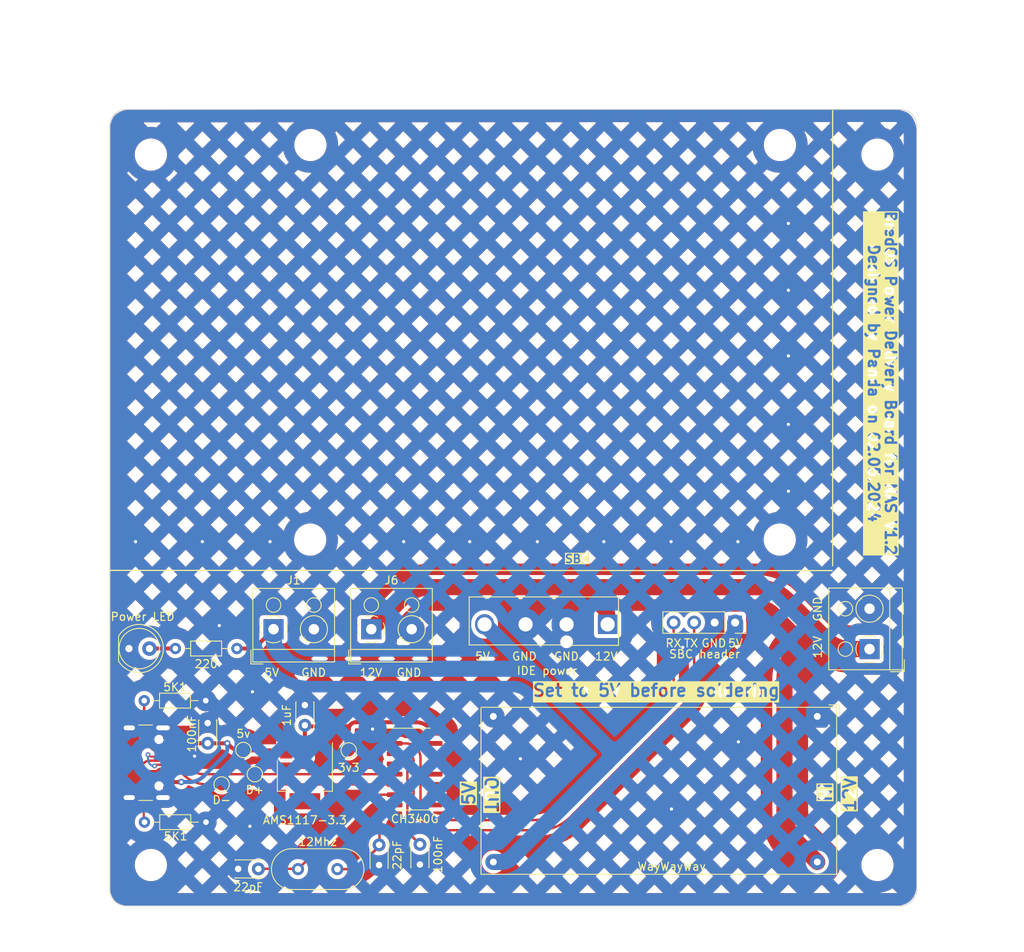
<source format=kicad_pcb>
(kicad_pcb (version 20240108) (generator "pcbnew") (generator_version "8.0")
  (layers (0 "F.Cu" signal) (31 "B.Cu" signal) (34 "B.Paste" user) (35 "F.Paste" user) (36 "B.SilkS" user "B.Silkscreen") (37 "F.SilkS" user "F.Silkscreen") (38 "B.Mask" user) (39 "F.Mask" user) (44 "Edge.Cuts" user))
  (net 0 "")
  (net 1 "+5V")
  (net 2 "Net-(U2-XI)")
  (net 3 "Net-(U2-XO)")
  (net 4 "RX")
  (net 5 "Net-(D1-A)")
  (net 6 "TX")
  (net 7 "Net-(U2-V3)")
  (net 14 "+12V")
  (net 15 "+3V3")
  (net 16 "Net-(J7-CC1)")
  (net 18 "Net-(J7-CC2)")
  (net 21 "5V")
  (net 22 "D+")
  (net 23 "D-")
  (net 24 "GND")
  (footprint "Connector_PinSocket_2.54mm:PinSocket_1x04_P2.54mm_Vertical" (layer "F.Cu") (at 91.3508 77.0758 -90)
    (property "Reference" "J3" (hide yes))
    (property "Value" "SBC header" (at 3.9116 3.7846 180) (layer "F.SilkS"))
    (pad "1" thru_hole rect (at 0 0 270) (size 1.7 1.7) (drill 1) (layers "*.Cu" "*.Mask") (net 1 "+5V"))
    (pad "2" thru_hole oval (at 0 2.54 270) (size 1.7 1.7) (drill 1) (layers "*.Cu" "*.Mask") (net 24 "GND"))
    (pad "3" thru_hole oval (at 0 5.08 270) (size 1.7 1.7) (drill 1) (layers "*.Cu" "*.Mask") (net 4 "RX"))
    (pad "4" thru_hole oval (at 0 7.62 270) (size 1.7 1.7) (drill 1) (layers "*.Cu" "*.Mask") (net 6 "TX"))
  )
  (footprint "MountingHole:MountingHole_3.5mm" (layer "F.Cu") (at 108.9738 19.1118)
    (property "Reference" "H8" (hide yes))
    (property "Value" "BR")
    (pad "" np_thru_hole circle (at 0 0) (size 3.5 3.5) (drill 3.5) (layers "*.Cu" "*.Mask"))
  )
  (footprint "Crystal:Crystal_HC49-4H_Vertical" (layer "F.Cu") (at 37.1978 107.6198)
    (property "Reference" "Y1" (hide yes))
    (property "Value" "12Mhz" (at 2.4262 -3.3782 0) (layer "F.SilkS"))
    (pad "1" thru_hole circle (at 0 0) (size 1.5 1.5) (drill 0.8) (layers "*.Cu" "*.Mask") (net 2 "Net-(U2-XI)"))
    (pad "2" thru_hole circle (at 4.88 0) (size 1.5 1.5) (drill 0.8) (layers "*.Cu" "*.Mask") (net 3 "Net-(U2-XO)"))
  )
  (footprint "MountingHole:MountingHole_3.5mm" (layer "F.Cu") (at 18.9738 107.1118)
    (property "Reference" "H5" (hide yes))
    (property "Value" "TL")
    (pad "" np_thru_hole circle (at 0 0) (size 3.5 3.5) (drill 3.5) (layers "*.Cu" "*.Mask"))
  )
  (footprint "TerminalBlock_RND:TerminalBlock_RND_205-00001_1x02_P5.00mm_Horizontal" (layer "F.Cu") (at 46.2788 77.9018)
    (property "Reference" "J6" (at 2.5 -6.06 0) (layer "F.SilkS"))
    (property "Value" "12V")
    (pad "1" thru_hole rect (at 0 0) (size 2.5 2.5) (drill 1.3) (layers "*.Cu" "*.Mask") (net 14 "+12V"))
    (pad "2" thru_hole circle (at 5 0) (size 2.5 2.5) (drill 1.3) (layers "*.Cu" "*.Mask") (net 24 "GND"))
  )
  (footprint "TestPoint:TestPoint_Pad_D1.5mm" (layer "F.Cu") (at 30.4292 92.8624 180)
    (property "Reference" "TP1")
    (property "Value" "5v" (at 0 2.0116 180) (layer "F.SilkS"))
    (pad "1" smd circle (at 0 0 180) (size 1.5 1.5) (layers "F.Cu" "F.Mask") (net 21 "5V"))
  )
  (footprint "TestPoint:TestPoint_Pad_D1.5mm" (layer "F.Cu") (at 27.7368 97.1296)
    (property "Reference" "TP6")
    (property "Value" "D-" (at 0 1.9212 0) (layer "F.SilkS"))
    (pad "1" smd circle (at 0 0) (size 1.5 1.5) (layers "F.Cu" "F.Mask") (net 23 "D-"))
  )
  (footprint "LED_THT:LED_D5.0mm" (layer "F.Cu") (at 16.2608 80.3008)
    (property "Reference" "D1")
    (property "Value" "Power LED" (at 1.69 -3.95 0) (layer "F.SilkS"))
    (pad "1" thru_hole rect (at 0 0) (size 1.8 1.8) (drill 0.9) (layers "*.Cu" "*.Mask") (net 24 "GND"))
    (pad "2" thru_hole circle (at 2.54 0) (size 1.8 1.8) (drill 0.9) (layers "*.Cu" "*.Mask") (net 5 "Net-(D1-A)"))
  )
  (footprint "footprints:IDE molex 4pin" (layer "F.Cu") (at 75.5508 77.3008 180)
    (property "Reference" "J4" (hide yes))
    (property "Value" "IDE power" (at 7.5 -5.75 0) (layer "F.SilkS"))
    (pad "" np_thru_hole circle (at 5.08 -2.16 270) (size 1.1 1.1) (drill 1.1) (layers "*.Cu" "*.Mask"))
    (pad "1" thru_hole rect (at 0 0 270) (size 2.4 2.4) (drill 1.77) (layers "*.Cu" "*.Mask") (net 14 "+12V"))
    (pad "2" thru_hole oval (at 5.08 0 270) (size 2.53 2.33) (drill 1.77) (layers "*.Cu" "*.Mask") (net 24 "GND"))
    (pad "3" thru_hole oval (at 10.16 0 270) (size 2.53 2.33) (drill 1.77) (layers "*.Cu" "*.Mask") (net 24 "GND"))
    (pad "4" thru_hole oval (at 15.24 0 270) (size 2.53 2.33) (drill 1.77) (layers "*.Cu" "*.Mask") (net 1 "+5V"))
  )
  (footprint "Package_TO_SOT_SMD:SOT-223-3_TabPin2" (layer "F.Cu") (at 38.0492 96.0628 -90)
    (property "Reference" "U1" (hide yes))
    (property "Value" "AMS1117-3.3" (at 5.488 -0.0016 180) (layer "F.SilkS"))
    (pad "" smd rect (at 3.15 0 270) (size 2 3.8) (layers "F.Cu" "F.Paste" "F.Mask"))
    (pad "1" smd rect (at -3.15 -2.3 270) (size 2 1.5) (layers "F.Cu" "F.Paste" "F.Mask") (net 24 "GND"))
    (pad "2" smd rect (at -3.15 0 270) (size 2 1.5) (layers "F.Cu" "F.Paste" "F.Mask") (net 15 "+3V3"))
    (pad "3" smd rect (at -3.15 2.3 270) (size 2 1.5) (layers "F.Cu" "F.Paste" "F.Mask") (net 21 "5V"))
  )
  (footprint "TerminalBlock_RND:TerminalBlock_RND_205-00001_1x02_P5.00mm_Horizontal" (layer "F.Cu") (at 34.1668 77.9018)
    (property "Reference" "J1" (at 2.5 -6.06 0) (layer "F.SilkS"))
    (property "Value" "5V")
    (pad "1" thru_hole rect (at 0 0) (size 2.5 2.5) (drill 1.3) (layers "*.Cu" "*.Mask") (net 1 "+5V"))
    (pad "2" thru_hole circle (at 5 0) (size 2.5 2.5) (drill 1.3) (layers "*.Cu" "*.Mask") (net 24 "GND"))
  )
  (footprint "MountingHole:MountingHole_3.5mm" (layer "F.Cu") (at 96.9008 17.9198 -90)
    (property "Reference" "H4" (hide yes))
    (property "Value" "SBC BR")
    (pad "" np_thru_hole circle (at 0 0 270) (size 3.5 3.5) (drill 3.5) (layers "*.Cu" "*.Mask"))
  )
  (footprint "Package_SO:SOIC-16_3.9x9.9mm_P1.27mm" (layer "F.Cu") (at 51.6494 95.2246)
    (property "Reference" "U2" (hide yes))
    (property "Value" "CH340G" (at 0.0142 6.1722 0) (layer "F.SilkS"))
    (pad "1" smd roundrect (at -2.475 -4.445) (size 1.95 0.6) (layers "F.Cu" "F.Paste" "F.Mask") (net 24 "GND"))
    (pad "2" smd roundrect (at -2.475 -3.175) (size 1.95 0.6) (layers "F.Cu" "F.Paste" "F.Mask") (net 6 "TX"))
    (pad "3" smd roundrect (at -2.475 -1.905) (size 1.95 0.6) (layers "F.Cu" "F.Paste" "F.Mask") (net 4 "RX"))
    (pad "4" smd roundrect (at -2.475 -0.635) (size 1.95 0.6) (layers "F.Cu" "F.Paste" "F.Mask") (net 7 "Net-(U2-V3)"))
    (pad "5" smd roundrect (at -2.475 0.635) (size 1.95 0.6) (layers "F.Cu" "F.Paste" "F.Mask") (net 22 "D+"))
    (pad "6" smd roundrect (at -2.475 1.905) (size 1.95 0.6) (layers "F.Cu" "F.Paste" "F.Mask") (net 23 "D-"))
    (pad "7" smd roundrect (at -2.475 3.175) (size 1.95 0.6) (layers "F.Cu" "F.Paste" "F.Mask") (net 2 "Net-(U2-XI)"))
    (pad "8" smd roundrect (at -2.475 4.445) (size 1.95 0.6) (layers "F.Cu" "F.Paste" "F.Mask") (net 3 "Net-(U2-XO)"))
    (pad "9" smd roundrect (at 2.475 4.445) (size 1.95 0.6) (layers "F.Cu" "F.Paste" "F.Mask"))
    (pad "10" smd roundrect (at 2.475 3.175) (size 1.95 0.6) (layers "F.Cu" "F.Paste" "F.Mask"))
    (pad "11" smd roundrect (at 2.475 1.905) (size 1.95 0.6) (layers "F.Cu" "F.Paste" "F.Mask"))
    (pad "12" smd roundrect (at 2.475 0.635) (size 1.95 0.6) (layers "F.Cu" "F.Paste" "F.Mask"))
    (pad "13" smd roundrect (at 2.475 -0.635) (size 1.95 0.6) (layers "F.Cu" "F.Paste" "F.Mask"))
    (pad "14" smd roundrect (at 2.475 -1.905) (size 1.95 0.6) (layers "F.Cu" "F.Paste" "F.Mask"))
    (pad "15" smd roundrect (at 2.475 -3.175) (size 1.95 0.6) (layers "F.Cu" "F.Paste" "F.Mask"))
    (pad "16" smd roundrect (at 2.475 -4.445) (size 1.95 0.6) (layers "F.Cu" "F.Paste" "F.Mask") (net 15 "+3V3"))
  )
  (footprint "Resistor_THT:R_Axial_DIN0204_L3.6mm_D1.6mm_P7.62mm_Horizontal" (layer "F.Cu") (at 18.1508 86.7508)
    (property "Reference" "R7")
    (property "Value" "5K1" (at 3.81 -1.6808 0) (layer "F.SilkS"))
    (pad "1" thru_hole circle (at 0 0) (size 1.4 1.4) (drill 0.7) (layers "*.Cu" "*.Mask") (net 16 "Net-(J7-CC1)"))
    (pad "2" thru_hole oval (at 7.62 0) (size 1.4 1.4) (drill 0.7) (layers "*.Cu" "*.Mask") (net 24 "GND"))
  )
  (footprint "MountingHole:MountingHole_3.5mm" (layer "F.Cu") (at 96.8758 66.8008 -90)
    (property "Reference" "H3" (hide yes))
    (property "Value" "SBC BL")
    (pad "" np_thru_hole circle (at 0 0 270) (size 3.5 3.5) (drill 3.5) (layers "*.Cu" "*.Mask"))
  )
  (footprint "TestPoint:TestPoint_Pad_D1.5mm" (layer "F.Cu") (at 43.4848 92.9132)
    (property "Reference" "TP7")
    (property "Value" "3v3" (at 0 2.1376 0) (layer "F.SilkS"))
    (pad "1" smd circle (at 0 0) (size 1.5 1.5) (layers "F.Cu" "F.Mask") (net 15 "+3V3"))
  )
  (footprint "MountingHole:MountingHole_3.5mm" (layer "F.Cu") (at 38.7348 17.9198 -90)
    (property "Reference" "H2" (hide yes))
    (property "Value" "SBC TR")
    (pad "" np_thru_hole circle (at 0 0 270) (size 3.5 3.5) (drill 3.5) (layers "*.Cu" "*.Mask"))
  )
  (footprint "Capacitor_THT:C_Disc_D3.0mm_W2.0mm_P2.50mm" (layer "F.Cu") (at 26.0096 89.5296 -90)
    (property "Reference" "C4" (hide yes))
    (property "Value" "100nF" (at 1.3212 1.9588 90) (layer "F.SilkS"))
    (pad "1" thru_hole circle (at 0 0 270) (size 1.6 1.6) (drill 0.8) (layers "*.Cu" "*.Mask") (net 24 "GND"))
    (pad "2" thru_hole circle (at 2.5 0 270) (size 1.6 1.6) (drill 0.8) (layers "*.Cu" "*.Mask") (net 21 "5V"))
  )
  (footprint "footprints:Converter_DCDC_5_32V" (layer "F.Cu") (at 101.5258 88.703082 -90)
    (property "Reference" "DCDC1" (hide yes))
    (property "Value" "~")
    (fp_text user "IN" (at 9.398 0 -90) (layer "F.SilkS" knockout) (effects (font (size 1.5 1.5) (thickness 0.3) (bold yes)) (justify bottom)))
    (fp_text user "OUT" (at 9.647718 41.275 -90) (layer "F.SilkS" knockout) (effects (font (size 1.5 1.5) (thickness 0.3) (bold yes)) (justify bottom)))
    (pad "1" thru_hole rect (at 0 0 270) (size 1.85 1.85) (drill 0.85) (layers "*.Cu" "*.Mask") (net 24 "GND"))
    (pad "2" thru_hole circle (at 18.034 0 270) (size 1.85 1.85) (drill 0.85) (layers "*.Cu" "*.Mask") (net 14 "+12V"))
    (pad "3" thru_hole circle (at 0 40.132 270) (size 1.85 1.85) (drill 0.85) (layers "*.Cu" "*.Mask") (net 24 "GND"))
    (pad "4" thru_hole circle (at 18.034 40.132 270) (size 1.85 1.85) (drill 0.85) (layers "*.Cu" "*.Mask") (net 1 "+5V"))
  )
  (footprint "Capacitor_THT:C_Disc_D3.0mm_W2.0mm_P2.50mm" (layer "F.Cu") (at 47.244 107.1172 90)
    (property "Reference" "C3")
    (property "Value" "22pF" (at 1.25 2.25 90) (layer "F.SilkS"))
    (pad "1" thru_hole circle (at 0 0 90) (size 1.6 1.6) (drill 0.8) (layers "*.Cu" "*.Mask") (net 24 "GND"))
    (pad "2" thru_hole circle (at 2.5 0 90) (size 1.6 1.6) (drill 0.8) (layers "*.Cu" "*.Mask") (net 3 "Net-(U2-XO)"))
  )
  (footprint "Connector_USB:USB_C_Receptacle_GCT_USB4105-xx-A_16P_TopMnt_Horizontal" (layer "F.Cu") (at 17.3736 94.4372 -90)
    (property "Reference" "J7" (hide yes))
    (property "Value" "USB_C_Receptacle_USB2.0_16P")
    (pad "" np_thru_hole circle (at -2.89 -2.605 270) (size 0.65 0.65) (drill 0.65) (layers "F&B.Cu" "*.Mask"))
    (pad "" np_thru_hole circle (at 2.89 -2.605 270) (size 0.65 0.65) (drill 0.65) (layers "F&B.Cu" "*.Mask"))
    (pad "A1" smd roundrect (at -3.2 -3.68 270) (size 0.6 1.15) (layers "F.Cu" "F.Paste" "F.Mask") (net 24 "GND"))
    (pad "A4" smd roundrect (at -2.4 -3.68 270) (size 0.6 1.15) (layers "F.Cu" "F.Paste" "F.Mask") (net 21 "5V"))
    (pad "A5" smd roundrect (at -1.25 -3.68 270) (size 0.3 1.15) (layers "F.Cu" "F.Paste" "F.Mask") (net 16 "Net-(J7-CC1)"))
    (pad "A6" smd roundrect (at -0.25 -3.68 270) (size 0.3 1.15) (layers "F.Cu" "F.Paste" "F.Mask") (net 22 "D+"))
    (pad "A7" smd roundrect (at 0.25 -3.68 270) (size 0.3 1.15) (layers "F.Cu" "F.Paste" "F.Mask") (net 23 "D-"))
    (pad "A8" smd roundrect (at 1.25 -3.68 270) (size 0.3 1.15) (layers "F.Cu" "F.Paste" "F.Mask"))
    (pad "A9" smd roundrect (at 2.4 -3.68 270) (size 0.6 1.15) (layers "F.Cu" "F.Paste" "F.Mask") (net 21 "5V"))
    (pad "A12" smd roundrect (at 3.2 -3.68 270) (size 0.6 1.15) (layers "F.Cu" "F.Paste" "F.Mask") (net 24 "GND"))
    (pad "B1" smd roundrect (at 3.2 -3.68 270) (size 0.6 1.15) (layers "F.Cu" "F.Paste" "F.Mask") (net 24 "GND"))
    (pad "B4" smd roundrect (at 2.4 -3.68 270) (size 0.6 1.15) (layers "F.Cu" "F.Paste" "F.Mask") (net 21 "5V"))
    (pad "B5" smd roundrect (at 1.75 -3.68 270) (size 0.3 1.15) (layers "F.Cu" "F.Paste" "F.Mask") (net 18 "Net-(J7-CC2)"))
    (pad "B6" smd roundrect (at 0.75 -3.68 270) (size 0.3 1.15) (layers "F.Cu" "F.Paste" "F.Mask") (net 22 "D+"))
    (pad "B7" smd roundrect (at -0.75 -3.68 270) (size 0.3 1.15) (layers "F.Cu" "F.Paste" "F.Mask") (net 23 "D-"))
    (pad "B8" smd roundrect (at -1.75 -3.68 270) (size 0.3 1.15) (layers "F.Cu" "F.Paste" "F.Mask"))
    (pad "B9" smd roundrect (at -2.4 -3.68 270) (size 0.6 1.15) (layers "F.Cu" "F.Paste" "F.Mask") (net 21 "5V"))
    (pad "B12" smd roundrect (at -3.2 -3.68 270) (size 0.6 1.15) (layers "F.Cu" "F.Paste" "F.Mask") (net 24 "GND"))
    (pad "S1" thru_hole oval (at -4.32 -3.105 270) (size 1 2.1) (drill oval 0.6 1.7) (layers "*.Cu" "*.Mask" "F.Paste") (net 24 "GND"))
    (pad "S1" thru_hole oval (at -4.32 1.075 270) (size 1 1.8) (drill oval 0.6 1.4) (layers "*.Cu" "*.Mask" "F.Paste") (net 24 "GND"))
    (pad "S1" thru_hole oval (at 4.32 -3.105 270) (size 1 2.1) (drill oval 0.6 1.7) (layers "*.Cu" "*.Mask" "F.Paste") (net 24 "GND"))
    (pad "S1" thru_hole oval (at 4.32 1.075 270) (size 1 1.8) (drill oval 0.6 1.4) (layers "*.Cu" "*.Mask" "F.Paste") (net 24 "GND"))
  )
  (footprint "Capacitor_THT:C_Disc_D3.0mm_W2.0mm_P2.50mm" (layer "F.Cu") (at 29.7888 107.5944)
    (property "Reference" "C2")
    (property "Value" "22pF" (at 1.25 2.25 0) (layer "F.SilkS"))
    (pad "1" thru_hole circle (at 0 0) (size 1.6 1.6) (drill 0.8) (layers "*.Cu" "*.Mask") (net 24 "GND"))
    (pad "2" thru_hole circle (at 2.5 0) (size 1.6 1.6) (drill 0.8) (layers "*.Cu" "*.Mask") (net 2 "Net-(U2-XI)"))
  )
  (footprint "Resistor_THT:R_Axial_DIN0204_L3.6mm_D1.6mm_P7.62mm_Horizontal" (layer "F.Cu") (at 22.0108 80.2936)
    (property "Reference" "R1")
    (property "Value" "220" (at 3.81 1.92 0) (layer "F.SilkS"))
    (pad "1" thru_hole circle (at 0 0) (size 1.4 1.4) (drill 0.7) (layers "*.Cu" "*.Mask") (net 5 "Net-(D1-A)"))
    (pad "2" thru_hole oval (at 7.62 0) (size 1.4 1.4) (drill 0.7) (layers "*.Cu" "*.Mask") (net 1 "+5V"))
  )
  (footprint "TestPoint:TestPoint_Pad_D1.5mm" (layer "F.Cu") (at 31.8516 95.8596 180)
    (property "Reference" "TP5")
    (property "Value" "D+" (at 0 -1.9412 180) (layer "F.SilkS"))
    (pad "1" smd circle (at 0 0 180) (size 1.5 1.5) (layers "F.Cu" "F.Mask") (net 22 "D+"))
  )
  (footprint "Capacitor_THT:C_Disc_D3.0mm_W2.0mm_P2.50mm" (layer "F.Cu") (at 38.0492 89.8008 90)
    (property "Reference" "C5" (hide yes))
    (property "Value" "1uF" (at 1.25 -2.2484 90) (layer "F.SilkS"))
    (pad "1" thru_hole circle (at 0 0 90) (size 1.6 1.6) (drill 0.8) (layers "*.Cu" "*.Mask") (net 15 "+3V3"))
    (pad "2" thru_hole circle (at 2.5 0 90) (size 1.6 1.6) (drill 0.8) (layers "*.Cu" "*.Mask") (net 24 "GND"))
  )
  (footprint "TerminalBlock_RND:TerminalBlock_RND_205-00001_1x02_P5.00mm_Horizontal" (layer "F.Cu") (at 108.0008 80.3618 90)
    (property "Reference" "J2")
    (property "Value" "Power IN")
    (pad "1" thru_hole rect (at 0 0 90) (size 2.5 2.5) (drill 1.3) (layers "*.Cu" "*.Mask") (net 14 "+12V"))
    (pad "2" thru_hole circle (at 5 0 90) (size 2.5 2.5) (drill 1.3) (layers "*.Cu" "*.Mask") (net 24 "GND"))
  )
  (footprint "MountingHole:MountingHole_3.5mm" (layer "F.Cu") (at 38.7098 66.8008 -90)
    (property "Reference" "H1" (hide yes))
    (property "Value" "SBC TL")
    (pad "" np_thru_hole circle (at 0 0 270) (size 3.5 3.5) (drill 3.5) (layers "*.Cu" "*.Mask"))
  )
  (footprint "Capacitor_THT:C_Disc_D3.0mm_W2.0mm_P2.50mm" (layer "F.Cu") (at 52.3008 104.5508 -90)
    (property "Reference" "C1" (hide yes))
    (property "Value" "100nF" (at 1.25 -2.25 90) (layer "F.SilkS"))
    (pad "1" thru_hole circle (at 0 0 270) (size 1.6 1.6) (drill 0.8) (layers "*.Cu" "*.Mask") (net 7 "Net-(U2-V3)"))
    (pad "2" thru_hole circle (at 2.5 0 270) (size 1.6 1.6) (drill 0.8) (layers "*.Cu" "*.Mask") (net 24 "GND"))
  )
  (footprint "MountingHole:MountingHole_3.5mm" (layer "F.Cu") (at 108.9738 107.1118)
    (property "Reference" "H7" (hide yes))
    (property "Value" "BL")
    (pad "" np_thru_hole circle (at 0 0) (size 3.5 3.5) (drill 3.5) (layers "*.Cu" "*.Mask"))
  )
  (footprint "Resistor_THT:R_Axial_DIN0204_L3.6mm_D1.6mm_P7.62mm_Horizontal" (layer "F.Cu") (at 25.8008 101.8008 180)
    (property "Reference" "R6")
    (property "Value" "5K1" (at 3.75 -1.75 180) (layer "F.SilkS"))
    (pad "1" thru_hole circle (at 0 0 180) (size 1.4 1.4) (drill 0.7) (layers "*.Cu" "*.Mask") (net 24 "GND"))
    (pad "2" thru_hole oval (at 7.62 0 180) (size 1.4 1.4) (drill 0.7) (layers "*.Cu" "*.Mask") (net 18 "Net-(J7-CC2)"))
  )
  (footprint "MountingHole:MountingHole_3.5mm" (layer "F.Cu") (at 18.9738 19.1118)
    (property "Reference" "H6" (hide yes))
    (property "Value" "TR")
    (pad "" np_thru_hole circle (at 0 0) (size 3.5 3.5) (drill 3.5) (layers "*.Cu" "*.Mask"))
  )
  (gr_line (start 103.4288 13.6652) (end 103.4288 70.0278) (stroke (width 0.15)) (layer "F.SilkS"))
  (gr_line (start 103.3798 70.6385) (end 13.9718 70.6131) (stroke (width 0.15)) (layer "F.SilkS"))
  (gr_arc (start 111.8108 13.512166) (mid 113.265939 14.125585) (end 113.842799 15.5956) (stroke (width 0.1)) (layer "Edge.Cuts"))
  (gr_line (start 111.810794 112.182311) (end 15.925794 112.182311) (stroke (width 0.1)) (layer "Edge.Cuts"))
  (gr_arc (start 13.892927 15.544784) (mid 14.535528 14.083805) (end 16.0258 13.512417) (stroke (width 0.1)) (layer "Edge.Cuts"))
  (gr_arc (start 113.842794 110.150311) (mid 113.247635 111.587152) (end 111.810794 112.182311) (stroke (width 0.1)) (layer "Edge.Cuts"))
  (gr_line (start 13.8938 110.1598) (end 13.8938 15.5448) (stroke (width 0.1)) (layer "Edge.Cuts"))
  (gr_line (start 113.8428 15.5956) (end 113.8428 110.1598) (stroke (width 0.1)) (layer "Edge.Cuts"))
  (gr_line (start 16.0008 13.5128) (end 111.8128 13.5128) (stroke (width 0.1)) (layer "Edge.Cuts"))
  (gr_arc (start 15.925794 112.182311) (mid 14.491902 111.59091) (end 13.8938 110.1598) (stroke (width 0.1)) (layer "Edge.Cuts"))
  (gr_text "GND\n" (at 37.5158 83.8708 0) (layer "F.SilkS") (effects (font (size 1 1)) (justify left bottom)))
  (gr_text "5V" (at 90.3856 80.2254 0) (layer "F.SilkS") (effects (font (size 1 1)) (justify left bottom)))
  (gr_text "RX" (at 82.6386 80.2254 0) (layer "F.SilkS") (effects (font (size 1 1)) (justify left bottom)))
  (gr_text "5V" (at 59.0508 81.8508 0) (layer "F.SilkS") (effects (font (size 1 1)) (justify left bottom)))
  (gr_text "12V" (at 73.9098 81.8508 0) (layer "F.SilkS") (effects (font (size 1 1)) (justify left bottom)))
  (gr_text "5V" (at 32.9438 83.8708 0) (layer "F.SilkS") (effects (font (size 1 1)) (justify left bottom)))
  (gr_text "SBC" (at 70.1548 69.7738 0) (layer "F.SilkS" knockout) (effects (font (size 1 1) (thickness 0.2) (bold yes)) (justify left bottom)))
  (gr_text "WayWayWay" (at 79.1718 107.880082 0) (layer "F.SilkS") (effects (font (size 1 1)) (justify left bottom)))
  (gr_text "GND\n" (at 49.3268 83.8708 0) (layer "F.SilkS") (effects (font (size 1 1)) (justify left bottom)))
  (gr_text "TX" (at 84.9246 80.2254 0) (layer "F.SilkS") (effects (font (size 1 1)) (justify left bottom)))
  (gr_text "12V\n" (at 106.426 100.6348 90) (layer "F.SilkS" knockout) (effects (font (size 1.5 1.5) (thickness 0.3) (bold yes)) (justify left bottom)))
  (gr_text "GND\n" (at 102.1588 77.0128 90) (layer "F.SilkS") (effects (font (size 1 1)) (justify left bottom)))
  (gr_text "GND" (at 87.0836 80.2254 0) (layer "F.SilkS") (effects (font (size 1 1)) (justify left bottom)))
  (gr_text "GND\n" (at 63.6228 81.8508 0) (layer "F.SilkS") (effects (font (size 1 1)) (justify left bottom)))
  (gr_text "Set to 5V before soldering" (at 66.1416 86.36 0) (layer "F.SilkS" knockout) (effects (font (size 1.5 1.5) (thickness 0.3) (bold yes)) (justify left bottom)))
  (gr_text "12V" (at 102.1588 81.5848 90) (layer "F.SilkS") (effects (font (size 1 1)) (justify left bottom)))
  (gr_text "BredOS Power Delivery Board for NAS V1.2\nDesigned by Panda on 02.05.2024" (at 107.7468 47.4218 270) (layer "F.SilkS" knockout) (effects (font (size 1.3 1.3) (thickness 0.3) (bold yes)) (justify bottom)))
  (gr_text "GND\n" (at 68.8298 81.8508 0) (layer "F.SilkS") (effects (font (size 1 1)) (justify left bottom)))
  (gr_text "5V" (at 59.2508 99.8508 90) (layer "F.SilkS" knockout) (effects (font (size 1.5 1.5) (thickness 0.3) (bold yes)) (justify left bottom)))
  (gr_text "12V" (at 44.7548 83.8708 0) (layer "F.SilkS") (effects (font (size 1 1)) (justify left bottom)))
  (segment (start 34.138515 77.930084) (end 32.533089 79.53551) (width 0.5) (layer "F.Cu") (net 1))
  (segment (start 30.7029 80.2936) (end 29.6308 80.2936) (width 0.5) (layer "F.Cu") (net 1))
  (segment (start 34.1668 77.9418) (end 34.1668 77.9818) (width 2) (layer "F.Cu") (net 1))
  (arc (start 32.533089 79.53551) (mid 31.693391 80.096578) (end 30.7029 80.2936) (width 0.5) (layer "F.Cu") (net 1))
  (arc (start 34.1668 77.9418) (mid 34.156571 77.926492) (end 34.138515 77.930084) (width 2) (layer "F.Cu") (net 1))
  (segment (start 67.394592 84.394592) (end 75.3633 92.3633) (width 2) (layer "B.Cu") (net 1))
  (segment (start 34.1668 79.0343) (end 34.1668 77.9018) (width 2) (layer "B.Cu") (net 1))
  (segment (start 60.314335 77.314335) (end 64.143946 81.143946) (width 2) (layer "B.Cu") (net 1))
  (segment (start 91.3508 77.7883) (end 91.3508 77.0758) (width 2) (layer "B.Cu") (net 1))
  (segment (start 63.722883 106.128716) (end 75.3633 94.4883) (width 2) (layer "B.Cu") (net 1))
  (segment (start 34.967598 80.967598) (end 35.4838 81.4838) (width 2) (layer "B.Cu") (net 1))
  (segment (start 79.6133 90.2383) (end 77.4883 92.3633) (width 2) (layer "B.Cu") (net 1))
  (segment (start 64.143946 81.143946) (end 67.394592 84.394592) (width 2) (layer "B.Cu") (net 1))
  (segment (start 62.254159 106.737082) (end 61.3938 106.737082) (width 2) (layer "B.Cu") (net 1))
  (segment (start 90.846986 79.004613) (end 79.6133 90.2383) (width 2) (layer "B.Cu") (net 1))
  (segment (start 64.180886 82.8008) (end 38.663319 82.8008) (width 2) (layer "B.Cu") (net 1))
  (segment (start 34.1668 77.9418) (end 34.1668 77.9818) (width 2) (layer "B.Cu") (net 1))
  (segment (start 60.3108 77.3058) (end 60.3108 77.3008) (width 2) (layer "B.Cu") (net 1))
  (segment (start 77.4883 92.3633) (end 75.3633 94.4883) (width 2) (layer "B.Cu") (net 1))
  (arc (start 35.4838 81.4838) (mid 36.942575 82.458522) (end 38.663319 82.8008) (width 2) (layer "B.Cu") (net 1))
  (arc (start 34.1668 79.0343) (mid 34.37492 80.080593) (end 34.967598 80.967598) (width 2) (layer "B.Cu") (net 1))
  (arc (start 75.3633 92.3633) (mid 76.4258 92.803401) (end 77.4883 92.3633) (width 2) (layer "B.Cu") (net 1))
  (arc (start 63.722883 106.128716) (mid 63.049026 106.578972) (end 62.254159 106.737082) (width 2) (layer "B.Cu") (net 1))
  (arc (start 75.3633 94.4883) (mid 75.803401 93.4258) (end 75.3633 92.3633) (width 2) (layer "B.Cu") (net 1))
  (arc (start 91.3508 77.7883) (mid 91.219863 78.446564) (end 90.846986 79.004613) (width 2) (layer "B.Cu") (net 1))
  (arc (start 67.394592 84.394592) (mid 65.794011 83.215013) (end 64.180886 82.8008) (width 2) (layer "B.Cu") (net 1))
  (arc (start 60.3108 77.3058) (mid 60.311718 77.310419) (end 60.314335 77.314335) (width 2) (layer "B.Cu") (net 1))
  (arc (start 34.1668 77.9418) (mid 34.177027 77.926492) (end 34.195084 77.930084) (width 2) (layer "B.Cu") (net 1))
  (arc (start 64.180886 82.8008) (mid 64.615869 82.201655) (end 64.143946 81.143946) (width 2) (layer "B.Cu") (net 1))
  (segment (start 47.8028 98.3996) (end 49.1744 98.3996) (width 0.3) (layer "F.Cu") (net 2))
  (segment (start 32.1648 107.5798) (end 37.1678 107.5798) (width 0.3) (layer "F.Cu") (net 2))
  (segment (start 37.215666 107.615133) (end 45.461332 99.369467) (width 0.3) (layer "F.Cu") (net 2))
  (segment (start 37.2044 107.6198) (end 37.1978 107.6198) (width 0.3) (layer "F.Cu") (net 2))
  (arc (start 37.2044 107.6198) (mid 37.210497 107.618587) (end 37.215666 107.615133) (width 0.3) (layer "F.Cu") (net 2))
  (arc (start 47.8028 98.3996) (mid 46.535606 98.65166) (end 45.461332 99.369467) (width 0.3) (layer "F.Cu") (net 2))
  (segment (start 46.829384 105.204207) (end 46.818304 105.215288) (width 0.3) (layer "F.Cu") (net 3))
  (segment (start 47.383445 104.650149) (end 47.394527 104.639066) (width 0.3) (layer "F.Cu") (net 3))
  (segment (start 45.2397 106.793899) (end 45.259596 106.774002) (width 0.3) (layer "F.Cu") (net 3))
  (segment (start 46.940196 105.093396) (end 46.884789 105.148801) (width 0.3) (layer "F.Cu") (net 3))
  (segment (start 45.997346 106.036246) (end 46.016459 106.017134) (width 0.3) (layer "F.Cu") (net 3))
  (segment (start 47.638316 104.39528) (end 47.627235 104.406361) (width 0.3) (layer "F.Cu") (net 3))
  (segment (start 46.452622 105.580972) (end 46.381109 105.652483) (width 0.3) (layer "F.Cu") (net 3))
  (segment (start 47.516421 104.517172) (end 47.472096 104.561496) (width 0.3) (layer "F.Cu") (net 3))
  (segment (start 45.299389 106.734208) (end 45.259596 106.774002) (width 0.3) (layer "F.Cu") (net 3))
  (segment (start 47.646629 104.38697) (end 47.641088 104.392509) (width 0.3) (layer "F.Cu") (net 3))
  (segment (start 47.383445 104.650149) (end 47.206146 104.827449) (width 0.3) (layer "F.Cu") (net 3))
  (segment (start 47.41669 104.616901) (end 47.394527 104.639066) (width 0.3) (layer "F.Cu") (net 3))
  (segment (start 47.183983 104.849611) (end 47.139658 104.893935) (width 0.3) (layer "F.Cu") (net 3))
  (segment (start 46.762898 105.270696) (end 46.718571 105.315021) (width 0.3) (layer "F.Cu") (net 3))
  (segment (start 47.206146 104.827449) (end 47.183983 104.849611) (width 0.3) (layer "F.Cu") (net 3))
  (segment (start 48.2346 100.6094) (end 49.1744 99.6696) (width 0.3) (layer "F.Cu") (net 3))
  (segment (start 47.59122 104.442374) (end 47.574597 104.458996) (width 0.3) (layer "F.Cu") (net 3))
  (segment (start 47.2948 104.61343) (end 47.2948 102.878277) (width 0.3) (layer "F.Cu") (net 3))
  (segment (start 47.593991 104.439603) (end 47.59122 104.442374) (width 0.3) (layer "F.Cu") (net 3))
  (segment (start 45.997346 106.036246) (end 45.936871 106.096721) (width 0.3) (layer "F.Cu") (net 3))
  (segment (start 46.638983 105.394608) (end 46.603721 105.429869) (width 0.3) (layer "F.Cu") (net 3))
  (segment (start 46.115158 105.918433) (end 46.277093 105.756499) (width 0.3) (layer "F.Cu") (net 3))
  (segment (start 47.472096 104.561496) (end 47.427771 104.605821) (width 0.3) (layer "F.Cu") (net 3))
  (segment (start 45.398873 106.634723) (end 45.319286 106.71431) (width 0.3) (layer "F.Cu") (net 3))
  (segment (start 46.694141 105.33945) (end 46.689608 105.343983) (width 0.3) (layer "F.Cu") (net 3))
  (segment (start 47.117496 104.916097) (end 47.028846 105.004746) (width 0.3) (layer "F.Cu") (net 3))
  (segment (start 46.793371 105.240221) (end 46.776749 105.256844) (width 0.3) (layer "F.Cu") (net 3))
  (segment (start 47.616154 104.417442) (end 47.605073 104.428522) (width 0.3) (layer "F.Cu") (net 3))
  (segment (start 47.605073 104.428522) (end 47.593991 104.439603) (width 0.3) (layer "F.Cu") (net 3))
  (segment (start 46.995602 105.037989) (end 47.028846 105.004746) (width 0.3) (layer "F.Cu") (net 3))
  (segment (start 46.524133 105.509459) (end 46.452622 105.580972) (width 0.3) (layer "F.Cu") (net 3))
  (segment (start 46.698674 105.334917) (end 46.694141 105.33945) (width 0.3) (layer "F.Cu") (net 3))
  (segment (start 46.818304 105.215288) (end 46.807223 105.226369) (width 0.3) (layer "F.Cu") (net 3))
  (segment (start 46.793371 105.240221) (end 46.796142 105.23745) (width 0.3) (layer "F.Cu") (net 3))
  (segment (start 47.139658 104.893935) (end 47.117496 104.916097) (width 0.3) (layer "F.Cu") (net 3))
  (segment (start 45.876396 106.157196) (end 45.815921 106.217671) (width 0.3) (layer "F.Cu") (net 3))
  (segment (start 45.319286 106.71431) (end 45.299389 106.734208) (width 0.3) (layer "F.Cu") (net 3))
  (segment (start 46.370274 105.663317) (end 46.381109 105.652483) (width 0.3) (layer "F.Cu") (net 3))
  (segment (start 46.59062 105.442971) (end 46.529157 105.504435) (width 0.3) (layer "F.Cu") (net 3))
  (segment (start 45.815921 106.217671) (end 45.637634 106.39596) (width 0.3) (layer "F.Cu") (net 3))
  (segment (start 47.627235 104.406361) (end 47.616154 104.417442) (width 0.3) (layer "F.Cu") (net 3))
  (segment (start 47.641088 104.392509) (end 47.638316 104.39528) (width 0.3) (layer "F.Cu") (net 3))
  (segment (start 46.370274 105.663317) (end 46.277093 105.756499) (width 0.3) (layer "F.Cu") (net 3))
  (segment (start 43.2458 107.6198) (end 42.0778 107.6198) (width 0.3) (layer "F.Cu") (net 3))
  (segment (start 46.840465 105.193126) (end 46.829384 105.204207) (width 0.3) (layer "F.Cu") (net 3))
  (segment (start 45.936871 106.096721) (end 45.876396 106.157196) (width 0.3) (layer "F.Cu") (net 3))
  (segment (start 47.560745 104.472847) (end 47.574597 104.458996) (width 0.3) (layer "F.Cu") (net 3))
  (segment (start 46.115158 105.918433) (end 46.016459 106.017134) (width 0.3) (layer "F.Cu") (net 3))
  (segment (start 47.41669 104.616901) (end 47.427771 104.605821) (width 0.3) (layer "F.Cu") (net 3))
  (segment (start 47.560745 104.472847) (end 47.516421 104.517172) (width 0.3) (layer "F.Cu") (net 3))
  (segment (start 47.646629 104.38697) (end 47.6494 104.3842) (width 0.3) (layer "F.Cu") (net 3))
  (segment (start 46.689608 105.343983) (end 46.674244 105.359347) (width 0.3) (layer "F.Cu") (net 3))
  (segment (start 46.776749 105.256844) (end 46.762898 105.270696) (width 0.3) (layer "F.Cu") (net 3))
  (segment (start 46.995602 105.037989) (end 46.940196 105.093396) (width 0.3) (layer "F.Cu") (net 3))
  (segment (start 45.47846 106.555135) (end 45.398873 106.634723) (width 0.3) (layer "F.Cu") (net 3))
  (segment (start 46.603721 105.429869) (end 46.59062 105.442971) (width 0.3) (layer "F.Cu") (net 3))
  (segment (start 46.718571 105.315021) (end 46.698674 105.334917) (width 0.3) (layer "F.Cu") (net 3))
  (segment (start 46.884789 105.148801) (end 46.873708 105.159883) (width 0.3) (layer "F.Cu") (net 3))
  (segment (start 46.873708 105.159883) (end 46.840465 105.193126) (width 0.3) (layer "F.Cu") (net 3))
  (segment (start 46.524133 105.509459) (end 46.529157 105.504435) (width 0.3) (layer "F.Cu") (net 3))
  (segment (start 46.807223 105.226369) (end 46.796142 105.23745) (width 0.3) (layer "F.Cu") (net 3))
  (segment (start 46.674244 105.359347) (end 46.638983 105.394608) (width 0.3) (layer "F.Cu") (net 3))
  (segment (start 45.558047 106.475548) (end 45.47846 106.555135) (width 0.3) (layer "F.Cu") (net 3))
  (segment (start 45.637634 106.39596) (end 45.558047 106.475548) (width 0.3) (layer "F.Cu") (net 3))
  (arc (start 47.2948 102.878277) (mid 47.539046 101.650369) (end 48.2346 100.6094) (width 0.3) (layer "F.Cu") (net 3))
  (arc (start 47.383445 104.650149) (mid 47.326854 104.661406) (end 47.2948 104.61343) (width 0.3) (layer "F.Cu") (net 3))
  (arc (start 47.2948 104.61343) (mid 47.271757 104.729256) (end 47.206146 104.827449) (width 0.3) (layer "F.Cu") (net 3))
  (arc (start 43.2458 107.6198) (mid 44.324891 107.405155) (end 45.2397 106.793899) (width 0.3) (layer "F.Cu") (net 3))
  (segment (start 51.5112 94.18681) (end 51.5112 99.318985) (width 0.3) (layer "F.Cu") (net 4))
  (segment (start 84.677007 87.424592) (end 70.894592 101.207007) (width 0.3) (layer "F.Cu") (net 4))
  (segment (start 50.643989 93.3196) (end 49.1744 93.3196) (width 0.3) (layer "F.Cu") (net 4))
  (segment (start 86.2708 83.576836) (end 86.2708 77.0758) (width 0.3) (layer "F.Cu") (net 4))
  (segment (start 67.046836 102.8008) (end 54.993014 102.8008) (width 0.3) (layer "F.Cu") (net 4))
  (arc (start 51.5112 99.318985) (mid 51.776237 100.651417) (end 52.531 101.781) (width 0.3) (layer "F.Cu") (net 4))
  (arc (start 70.894592 101.207007) (mid 69.129226 102.386586) (end 67.046836 102.8008) (width 0.3) (layer "F.Cu") (net 4))
  (arc (start 52.531 101.781) (mid 53.660581 102.535762) (end 54.993014 102.8008) (width 0.3) (layer "F.Cu") (net 4))
  (arc (start 51.2572 93.5736) (mid 50.975856 93.385612) (end 50.643989 93.3196) (width 0.3) (layer "F.Cu") (net 4))
  (arc (start 51.2572 93.5736) (mid 51.445187 93.854943) (end 51.5112 94.18681) (width 0.3) (layer "F.Cu") (net 4))
  (arc (start 86.2708 83.576836) (mid 85.856586 85.659226) (end 84.677007 87.424592) (width 0.3) (layer "F.Cu") (net 4))
  (segment (start 18.813091 80.2936) (end 22.0108 80.2936) (width 0.5) (layer "F.Cu") (net 5))
  (segment (start 18.8044 80.2972) (end 18.8008 80.3008) (width 0.5) (layer "F.Cu") (net 5))
  (arc (start 18.813091 80.2936) (mid 18.808387 80.294535) (end 18.8044 80.2972) (width 0.5) (layer "F.Cu") (net 5))
  (segment (start 83.7308 84.116836) (end 83.7308 77.0758) (width 0.3) (layer "F.Cu") (net 6))
  (segment (start 82.137007 87.964592) (end 70.146192 99.955407) (width 0.3) (layer "F.Cu") (net 6))
  (segment (start 50.553658 92.0496) (end 49.1744 92.0496) (width 0.3) (layer "F.Cu") (net 6))
  (segment (start 54.806402 101.5492) (end 66.298436 101.5492) (width 0.3) (layer "F.Cu") (net 6))
  (segment (start 52.3748 99.117597) (end 52.3748 93.870741) (width 0.3) (layer "F.Cu") (net 6))
  (arc (start 70.146192 99.955407) (mid 68.380826 101.134986) (end 66.298436 101.5492) (width 0.3) (layer "F.Cu") (net 6))
  (arc (start 51.8414 92.583) (mid 52.236173 93.17382) (end 52.3748 93.870741) (width 0.3) (layer "F.Cu") (net 6))
  (arc (start 52.3748 99.117597) (mid 52.559894 100.048131) (end 53.087 100.837) (width 0.3) (layer "F.Cu") (net 6))
  (arc (start 53.087 100.837) (mid 53.875868 101.364105) (end 54.806402 101.5492) (width 0.3) (layer "F.Cu") (net 6))
  (arc (start 51.8414 92.583) (mid 51.250579 92.188226) (end 50.553658 92.0496) (width 0.3) (layer "F.Cu") (net 6))
  (arc (start 83.7308 84.116836) (mid 83.316586 86.199226) (end 82.137007 87.964592) (width 0.3) (layer "F.Cu") (net 6))
  (segment (start 50.7492 95.543531) (end 50.7492 101.902053) (width 0.3) (layer "F.Cu") (net 7))
  (segment (start 51.9784 103.9568) (end 52.1716 103.9568) (width 0.3) (layer "F.Cu") (net 7))
  (segment (start 49.795268 94.5896) (end 49.1744 94.5896) (width 0.3) (layer "F.Cu") (net 7))
  (segment (start 51.525 103.775) (end 52.3008 104.5508) (width 0.3) (layer "F.Cu") (net 7))
  (arc (start 49.795268 94.5896) (mid 50.160322 94.662213) (end 50.4698 94.869) (width 0.3) (layer "F.Cu") (net 7))
  (arc (start 50.7492 101.902053) (mid 50.950823 102.915684) (end 51.525 103.775) (width 0.3) (layer "F.Cu") (net 7))
  (arc (start 50.7492 95.543531) (mid 50.676586 95.178477) (end 50.4698 94.869) (width 0.3) (layer "F.Cu") (net 7))
  (segment (start 53.739763 72.6948) (end 64.433127 72.6948) (width 2) (layer "F.Cu") (net 14))
  (segment (start 100.17105 76.65905) (end 102.63955 79.12755) (width 2) (layer "F.Cu") (net 14))
  (segment (start 105.619293 80.3618) (end 108.0008 80.3618) (width 2) (layer "F.Cu") (net 14))
  (segment (start 71.464256 72.6948) (end 73.637343 72.6948) (width 2) (layer "F.Cu") (net 14))
  (segment (start 75.5508 76.4978) (end 75.5508 77.3008) (width 2) (layer "F.Cu") (net 14))
  (segment (start 69.291169 72.6948) (end 68.396184 72.6948) (width 2) (layer "F.Cu") (net 14))
  (segment (start 71.464256 72.6948) (end 69.291169 72.6948) (width 2) (layer "F.Cu") (net 14))
  (segment (start 99.053592 80.245007) (end 100.171049 79.127549) (width 2) (layer "F.Cu") (net 14))
  (segment (start 99.053592 104.264874) (end 101.5258 106.737082) (width 2) (layer "F.Cu") (net 14))
  (segment (start 73.637343 72.6948) (end 93.952836 72.6948) (width 2) (layer "F.Cu") (net 14))
  (segment (start 49.892007 74.288592) (end 46.2788 77.9018) (width 2) (layer "F.Cu") (net 14))
  (segment (start 74.982993 75.126993) (end 73.319102 73.463102) (width 2) (layer "F.Cu") (net 14))
  (segment (start 97.4598 84.092763) (end 97.4598 100.417118) (width 2) (layer "F.Cu") (net 14))
  (segment (start 100.17105 76.65905) (end 97.800592 74.288592) (width 2) (layer "F.Cu") (net 14))
  (segment (start 68.396184 72.6948) (end 64.433127 72.6948) (width 2) (layer "F.Cu") (net 14))
  (arc (start 73.637343 72.6948) (mid 73.221541 72.97263) (end 73.319102 73.463102) (width 2) (layer "F.Cu") (net 14))
  (arc (start 99.053592 80.245007) (mid 97.874013 82.010372) (end 97.4598 84.092763) (width 2) (layer "F.Cu") (net 14))
  (arc (start 97.4598 100.417118) (mid 97.874013 102.499508) (end 99.053592 104.264874) (width 2) (layer "F.Cu") (net 14))
  (arc (start 53.739763 72.6948) (mid 51.657372 73.109013) (end 49.892007 74.288592) (width 2) (layer "F.Cu") (net 14))
  (arc (start 100.17105 76.65905) (mid 100.682292 77.893299) (end 100.171049 79.127549) (width 2) (layer "F.Cu") (net 14))
  (arc (start 73.319102 73.463102) (mid 72.468091 72.894475) (end 71.464256 72.6948) (width 2) (layer "F.Cu") (net 14))
  (arc (start 102.63955 79.12755) (mid 101.405299 78.616306) (end 100.171049 79.127549) (width 2) (layer "F.Cu") (net 14))
  (arc (start 74.982993 75.126993) (mid 75.403231 75.755924) (end 75.5508 76.4978) (width 2) (layer "F.Cu") (net 14))
  (arc (start 102.63955 79.12755) (mid 104.006667 80.041028) (end 105.619293 80.3618) (width 2) (layer "F.Cu") (net 14))
  (arc (start 97.800592 74.288592) (mid 96.035226 73.109013) (end 93.952836 72.6948) (width 2) (layer "F.Cu") (net 14))
  (segment (start 43.113993 89.946) (end 40.766565 89.946) (width 0.5) (layer "F.Cu") (net 15))
  (segment (start 40.764634 89.9468) (end 38.0492 89.9468) (width 0.5) (layer "F.Cu") (net 15))
  (segment (start 53.4454 90.1006) (end 54.1244 90.7796) (width 0.5) (layer "F.Cu") (net 15))
  (segment (start 43.4848 90.316806) (end 43.4848 92.9132) (width 0.5) (layer "F.Cu") (net 15))
  (segment (start 44.380006 89.4216) (end 51.806148 89.4216) (width 0.5) (layer "F.Cu") (net 15))
  (segment (start 38.0492 89.9468) (end 38.0492 92.9128) (width 0.5) (layer "F.Cu") (net 15))
  (arc (start 40.7656 89.9464) (mid 40.766042 89.946103) (end 40.766565 89.946) (width 0.5) (layer "F.Cu") (net 15))
  (arc (start 43.4848 90.316806) (mid 43.376193 90.054606) (end 43.113993 89.946) (width 0.5) (layer "F.Cu") (net 15))
  (arc (start 40.764634 89.9468) (mid 40.765156 89.946696) (end 40.7656 89.9464) (width 0.5) (layer "F.Cu") (net 15))
  (arc (start 53.4454 90.1006) (mid 52.693304 89.598066) (end 51.806148 89.4216) (width 0.5) (layer "F.Cu") (net 15))
  (arc (start 44.380006 89.4216) (mid 44.037425 89.489743) (end 43.747 89.6838) (width 0.5) (layer "F.Cu") (net 15))
  (arc (start 43.113993 89.946) (mid 43.456573 89.877856) (end 43.747 89.6838) (width 0.5) (layer "F.Cu") (net 15))
  (arc (start 43.747 89.6838) (mid 43.552943 89.974225) (end 43.4848 90.316806) (width 0.5) (layer "F.Cu") (net 15))
  (segment (start 18.1356 87.840051) (end 18.1356 87.7316) (width 0.3) (layer "F.Cu") (net 16))
  (segment (start 18.1356 87.861548) (end 18.1356 87.840051) (width 0.3) (layer "F.Cu") (net 16))
  (segment (start 18.1508 87.824851) (end 18.1508 86.7508) (width 0.3) (layer "F.Cu") (net 16))
  (segment (start 20.3412 93.1872) (end 21.1044 93.1872) (width 0.3) (layer "F.Cu") (net 16))
  (segment (start 19.038336 92.647536) (end 18.8568 92.466) (width 0.3) (layer "F.Cu") (net 16))
  (segment (start 18.1356 87.861548) (end 18.1356 90.724869) (width 0.3) (layer "F.Cu") (net 16))
  (arc (start 18.1508 87.824851) (mid 18.148824 87.834781) (end 18.1432 87.8432) (width 0.3) (layer "F.Cu") (net 16))
  (arc (start 18.1356 87.840051) (mid 18.138348 87.844164) (end 18.1432 87.8432) (width 0.3) (layer "F.Cu") (net 16))
  (arc (start 18.8568 92.466) (mid 18.323033 91.667162) (end 18.1356 90.724869) (width 0.3) (layer "F.Cu") (net 16))
  (arc (start 18.1432 87.8432) (mid 18.137575 87.851618) (end 18.1356 87.861548) (width 0.3) (layer "F.Cu") (net 16))
  (arc (start 20.3412 93.1872) (mid 19.636095 93.046945) (end 19.038336 92.647536) (width 0.3) (layer "F.Cu") (net 16))
  (segment (start 19.758261 96.1872) (end 21.1044 96.1872) (width 0.25) (layer "F.Cu") (net 18))
  (segment (start 18.0954 97.850061) (end 18.0954 101.758682) (width 0.25) (layer "F.Cu") (net 18))
  (arc (start 18.0954 97.850061) (mid 18.221977 97.213711) (end 18.582441 96.674241) (width 0.25) (layer "F.Cu") (net 18))
  (arc (start 19.758261 96.1872) (mid 19.121911 96.313777) (end 18.582441 96.674241) (width 0.25) (layer "F.Cu") (net 18))
  (segment (start 29.942742 92.9128) (end 35.7492 92.9128) (width 0.5) (layer "F.Cu") (net 21))
  (segment (start 22.7436 96.831082) (end 22.740541 96.834141) (width 0.25) (layer "F.Cu") (net 21))
  (segment (start 28.448 92.0372) (end 28.8858 92.475) (width 0.5) (layer "F.Cu") (net 21))
  (segment (start 28.448 92.0372) (end 21.1044 92.0372) (width 0.5) (layer "F.Cu") (net 21))
  (segment (start 22.733155 96.8372) (end 21.1044 96.8372) (width 0.5) (layer "F.Cu") (net 21))
  (via (at 22.7436 96.831082) (size 0.8) (drill 0.4) (layers "F.Cu" "B.Cu") (net 21))
  (via (at 28.448 92.0372) (size 0.8) (drill 0.4) (layers "F.Cu" "B.Cu") (net 21))
  (arc (start 22.740541 96.834141) (mid 22.737152 96.836404) (end 22.733155 96.8372) (width 0.25) (layer "F.Cu") (net 21))
  (arc (start 29.942742 92.9128) (mid 29.370729 92.799019) (end 28.8858 92.475) (width 0.5) (layer "F.Cu") (net 21))
  (segment (start 28.448 92.0372) (end 28.448 92.602199) (width 0.5) (layer "B.Cu") (net 21))
  (segment (start 25.50555 96.109649) (end 28.048485 93.566713) (width 0.5) (layer "B.Cu") (net 21))
  (segment (start 22.7436 96.831082) (end 23.763859 96.831082) (width 0.5) (layer "B.Cu") (net 21))
  (arc (start 28.448 92.602199) (mid 28.344169 93.12419) (end 28.048485 93.566713) (width 0.5) (layer "B.Cu") (net 21))
  (arc (start 23.763859 96.831082) (mid 24.706455 96.643587) (end 25.50555 96.109649) (width 0.5) (layer "B.Cu") (net 21))
  (segment (start 25.566565 95.8596) (end 49.1744 95.8596) (width 0.3) (layer "F.Cu") (net 22))
  (segment (start 23.297791 94.773391) (end 23.5478 95.0234) (width 0.3) (layer "F.Cu") (net 22))
  (segment (start 19.488106 95.4872) (end 18.896654 95.4872) (width 0.3) (layer "F.Cu") (net 22))
  (segment (start 18.831784 94.1872) (end 20.440479 94.1872) (width 0.3) (layer "F.Cu") (net 22))
  (segment (start 21.8826 94.1872) (end 21.0536 94.1872) (width 0.3) (layer "F.Cu") (net 22))
  (segment (start 20.883092 94.1872) (end 20.440479 94.1872) (width 0.3) (layer "F.Cu") (net 22))
  (segment (start 18.0891 95.1527) (end 18.0701 95.1337) (width 0.3) (layer "F.Cu") (net 22))
  (segment (start 20.212371 95.1872) (end 21.1044 95.1872) (width 0.3) (layer "F.Cu") (net 22))
  (segment (start 21.215052 94.1872) (end 21.325706 94.1872) (width 0.3) (layer "F.Cu") (net 22))
  (segment (start 21.215052 94.1872) (end 20.993745 94.1872) (width 0.3) (layer "F.Cu") (net 22))
  (segment (start 20.883092 94.1872) (end 20.993745 94.1872) (width 0.3) (layer "F.Cu") (net 22))
  (arc (start 18.896654 95.4872) (mid 18.459609 95.400266) (end 18.0891 95.1527) (width 0.3) (layer "F.Cu") (net 22))
  (arc (start 18.0701 94.5027) (mid 17.939415 94.8182) (end 18.0701 95.1337) (width 0.3) (layer "F.Cu") (net 22))
  (arc (start 21.8826 94.1872) (mid 22.648495 94.339546) (end 23.297791 94.773391) (width 0.3) (layer "F.Cu") (net 22))
  (arc (start 19.488106 95.4872) (mid 19.684091 95.448216) (end 19.850239 95.3372) (width 0.3) (layer "F.Cu") (net 22))
  (arc (start 20.212371 95.1872) (mid 20.016386 95.226183) (end 19.850239 95.3372) (width 0.3) (layer "F.Cu") (net 22))
  (arc (start 25.566565 95.8596) (mid 24.474017 95.642278) (end 23.5478 95.0234) (width 0.3) (layer "F.Cu") (net 22))
  (arc (start 18.0701 94.5027) (mid 18.419563 94.269195) (end 18.831784 94.1872) (width 0.3) (layer "F.Cu") (net 22))
  (segment (start 25.951957 97.1296) (end 49.1744 97.1296) (width 0.3) (layer "F.Cu") (net 23))
  (segment (start 20.814188 94.6872) (end 20.716491 94.6872) (width 0.3) (layer "F.Cu") (net 23))
  (segment (start 19.687066 94.6872) (end 19.887143 94.6872) (width 0.25) (layer "F.Cu") (net 23))
  (segment (start 19.506 94.7622) (end 19.431 94.8372) (width 0.25) (layer "F.Cu") (net 23))
  (segment (start 21.466443 94.6872) (end 21.22508 94.6872) (width 0.3) (layer "F.Cu") (net 23))
  (segment (start 20.911885 94.6872) (end 20.814188 94.6872) (width 0.3) (layer "F.Cu") (net 23))
  (segment (start 20.716491 94.6872) (end 20.287297 94.6872) (width 0.3) (layer "F.Cu") (net 23))
  (segment (start 20.911885 94.6872) (end 21.22508 94.6872) (width 0.3) (layer "F.Cu") (net 23))
  (segment (start 18.7385 93.5669) (end 18.6182 93.4466) (width 0.25) (layer "F.Cu") (net 23))
  (segment (start 21.262759 94.6872) (end 20.8336 94.6872) (width 0.3) (layer "F.Cu") (net 23))
  (segment (start 23.00372 95.9084) (end 21.920685 94.825365) (width 0.3) (layer "F.Cu") (net 23))
  (segment (start 20.287297 94.6872) (end 19.887143 94.6872) (width 0.3) (layer "F.Cu") (net 23))
  (segment (start 19.028929 93.6872) (end 21.1044 93.6872) (width 0.25) (layer "F.Cu") (net 23))
  (segment (start 21.587125 94.6872) (end 21.466443 94.6872) (width 0.3) (layer "F.Cu") (net 23))
  (via (at 18.6182 93.4466) (size 0.6) (drill 0.3) (layers "F.Cu" "B.Cu") (net 23))
  (via (at 19.431 94.8372) (size 0.6) (drill 0.3) (layers "F.Cu" "B.Cu") (net 23))
  (arc (start 21.920685 94.825365) (mid 21.767646 94.723108) (end 21.587125 94.6872) (width 0.3) (layer "F.Cu") (net 23))
  (arc (start 23.00372 95.9084) (mid 24.356382 96.81222) (end 25.951957 97.1296) (width 0.3) (layer "F.Cu") (net 23))
  (arc (start 18.7385 93.5669) (mid 18.87175 93.655935) (end 19.028929 93.6872) (width 0.25) (layer "F.Cu") (net 23))
  (arc (start 19.506 94.7622) (mid 19.589073 94.706691) (end 19.687066 94.6872) (width 0.25) (layer "F.Cu") (net 23))
  (segment (start 19.2627 94.8372) (end 19.431 94.8372) (width 0.25) (layer "B.Cu") (net 23))
  (segment (start 18.6182 94.024275) (end 18.6182 93.4466) (width 0.25) (layer "B.Cu") (net 23))
  (segment (start 18.8563 94.5991) (end 18.975393 94.718193) (width 0.25) (layer "B.Cu") (net 23))
  (arc (start 19.2627 94.8372) (mid 19.10721 94.806271) (end 18.975393 94.718193) (width 0.25) (layer "B.Cu") (net 23))
  (arc (start 18.8563 94.5991) (mid 18.68008 94.335368) (end 18.6182 94.024275) (width 0.25) (layer "B.Cu") (net 23))
  (via (at 91.7508 91.8508) (size 0.8) (drill 0.4) (layers "F.Cu" "B.Cu") (net 24))
  (via (at 84.8508 80.1508) (size 0.8) (drill 0.4) (layers "F.Cu" "B.Cu") (net 24))
  (via (at 64.7508 93.9508) (size 0.8) (drill 0.4) (layers "F.Cu" "B.Cu") (net 24))
  (via (at 58.4708 67.056) (size 0.8) (drill 0.4) (layers "F.Cu" "B.Cu") (net 24))
  (via (at 50.292 67.056) (size 0.8) (drill 0.4) (layers "F.Cu" "B.Cu") (net 24))
  (via (at 33.7312 67.056) (size 0.8) (drill 0.4) (layers "F.Cu" "B.Cu") (net 24))
  (via (at 25.3492 67.056) (size 0.8) (drill 0.4) (layers "F.Cu" "B.Cu") (net 24))
  (via (at 24.384 93.6244) (size 0.8) (drill 0.4) (layers "F.Cu" "B.Cu") (net 24))
  (via (at 83.4644 100.1776) (size 0.8) (drill 0.4) (layers "F.Cu" "B.Cu") (net 24))
  (via (at 83.4136 67.056) (size 0.8) (drill 0.4) (layers "F.Cu" "B.Cu") (net 24))
  (via (at 27.4508 77.4508) (size 0.8) (drill 0.4) (layers "F.Cu" "B.Cu") (net 24))
  (via (at 66.8528 67.056) (size 0.8) (drill 0.4) (layers "F.Cu" "B.Cu") (net 24))
  (via (at 31.242 102.3112) (size 0.8) (drill 0.4) (layers "F.Cu" "B.Cu") (net 24))
  (via (at 97.9424 44.0436) (size 0.8) (drill 0.4) (layers "F.Cu" "B.Cu") (net 24))
  (via (at 97.9424 60.8076) (size 0.8) (drill 0.4) (layers "F.Cu" "B.Cu") (net 24))
  (via (at 91.694 67.056) (size 0.8) (drill 0.4) (layers "F.Cu" "B.Cu") (net 24))
  (via (at 75.0824 67.056) (size 0.8) (drill 0.4) (layers "F.Cu" "B.Cu") (net 24))
  (via (at 97.9424 35.9156) (size 0.8) (drill 0.4) (layers "F.Cu" "B.Cu") (net 24))
  (via (at 17.0688 67.056) (size 0.8) (drill 0.4) (layers "F.Cu" "B.Cu") (net 24))
  (via (at 46.4312 90.2716) (size 0.8) (drill 0.4) (layers "F.Cu" "B.Cu") (net 24))
  (via (at 97.9424 27.6352) (size 0.8) (drill 0.4) (layers "F.Cu" "B.Cu") (net 24))
  (via (at 31.5508 85.6508) (size 0.8) (drill 0.4) (layers "F.Cu" "B.Cu") (net 24))
  (via (at 97.9424 52.5272) (size 0.8) (drill 0.4) (layers "F.Cu" "B.Cu") (net 24))
  (zone (net 24) (net_name "GND") (layers "F&B.Cu") (connect_pads yes (clearance 0.5)) (min_thickness 0.25) (fill yes (mode hatch) (thermal_gap 0.5) (thermal_bridge_width 0.5) (smoothing fillet) (radius 3) (hatch_thickness 1.43256) (hatch_gap 1.5) (hatch_orientation 45) (hatch_border_algorithm hatch_thickness) (hatch_min_hole_area 0.3))
    (polygon (pts (xy 15.0368 111.9378) (xy 15.8008 112.1508) (xy 112.0008 112.1508) (xy 113.2078 111.5568) (xy 113.8008 110.3508) (xy 113.8008 15.4758) (xy 113.0508 13.9758) (xy 111.5568 13.5128) (xy 15.6008 13.5508) (xy 14.3508 14.2758) (xy 13.9258 15.4508) (xy 13.9258 110.515) (xy 14.4018 111.4548)))
  )
)
</source>
